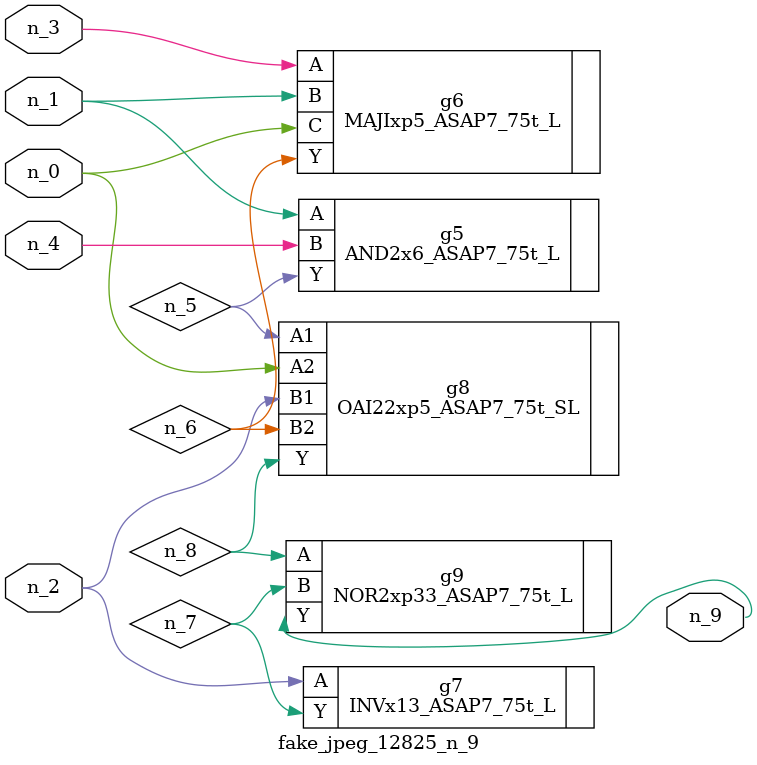
<source format=v>
module fake_jpeg_12825_n_9 (n_3, n_2, n_1, n_0, n_4, n_9);

input n_3;
input n_2;
input n_1;
input n_0;
input n_4;

output n_9;

wire n_8;
wire n_6;
wire n_5;
wire n_7;

AND2x6_ASAP7_75t_L g5 ( 
.A(n_1),
.B(n_4),
.Y(n_5)
);

MAJIxp5_ASAP7_75t_L g6 ( 
.A(n_3),
.B(n_1),
.C(n_0),
.Y(n_6)
);

INVx13_ASAP7_75t_L g7 ( 
.A(n_2),
.Y(n_7)
);

OAI22xp5_ASAP7_75t_SL g8 ( 
.A1(n_5),
.A2(n_0),
.B1(n_2),
.B2(n_6),
.Y(n_8)
);

NOR2xp33_ASAP7_75t_L g9 ( 
.A(n_8),
.B(n_7),
.Y(n_9)
);


endmodule
</source>
